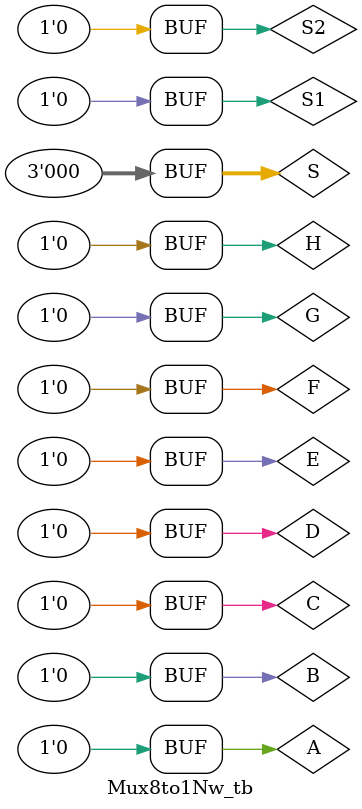
<source format=sv>


module Mux8to1Nw (a, b, c, d, e, f, g, h, s, m); 
	parameter n = 16;
	input logic [2:0] s; 	// mux select lines
	input logic [n-1:0] a, b, c, d, e, f, g, h;	// mux inputs
	output logic [n-1:0] m;		// mux output
	
always @(*) //if S2,S1,S0 is..., m is one of the inputs a, b,...
case (s) // control signals 
0: m = a; 1: m = b; 2: m = c; 3: m = d;
4: m = e; 5: m = f; 6: m = g; 7: m = h;
endcase

endmodule


// Testbench
module Mux8to1Nw_tb();

	logic [2:0] S;				// mux select lines
	logic A, B, C, D, E, F, G, H;	// mux inputs 
	logic M;						// mux output

// instance the mux under testing: 
	Mux8to1Nw test (A, B, C, D, E, F, G, H, S2, S1, S0, M);
 
 initial begin
// S2, S1, S0
// A = 000 	B = 001		C = 010		D = 011
// E = 100	F = 101		G = 110		H = 111
$monitor("%d \t %b %b \t %b %b \t %b %b \t %b %b \t %b %b %b \t %b",  $time, A, B, C, D, E, F, G, H, S2, S1, S0, M);
	A = 0; B = 0; C = 0; D = 0; E = 1; F = 1; G = 1; H = 1; S = 0; #10; // A
	A = 1; B = 1; C = 1; D = 1; E = 0; F = 0; G = 0; H = 0; S = 0; #10; // A
	A = 0; B = 0; C = 0; D = 0; E = 0; F = 0; G = 0; H = 0; S = 1; #10; // B
	A = 0; B = 1; C = 0; D = 0; E = 0; F = 0; G = 0; H = 0; S = 1; #10; // B

	A = 0; B = 0; C = 0; D = 0; E = 0; F = 0; G = 0; H = 0; S = 0; #10; // C
	A = 0; B = 0; C = 1; D = 0; E = 0; F = 0; G = 0; H = 0; S = 0; #10; // C
	A = 0; B = 0; C = 0; D = 0; E = 0; F = 0; G = 0; H = 0; S2 = 0; S1 = 1; S0 = 1; #10; // D
	A = 0; B = 0; C = 0; D = 1; E = 0; F = 0; G = 0; H = 0; S2 = 0; S1 = 1; S0 = 1; #10; // D

	A = 0; B = 0; C = 0; D = 0; E = 0; F = 0; G = 0; H = 0; S2 = 1; S1 = 0; S0 = 0; #10; // E
	A = 0; B = 0; C = 0; D = 0; E = 1; F = 0; G = 0; H = 0; S2 = 1; S1 = 0; S0 = 0; #10; // E
	A = 0; B = 0; C = 0; D = 0; E = 0; F = 0; G = 0; H = 0; S2 = 1; S1 = 0; S0 = 1; #10; // F
	A = 0; B = 0; C = 0; D = 0; E = 0; F = 1; G = 0; H = 0; S2 = 1; S1 = 0; S0 = 1; #10; // F

	A = 0; B = 0; C = 0; D = 0; E = 0; F = 0; G = 0; H = 0; S2 = 1; S1 = 1; S0 = 0; #10; // G
	A = 0; B = 0; C = 0; D = 0; E = 0; F = 0; G = 1; H = 0; S2 = 1; S1 = 1; S0 = 0; #10; // G
	A = 0; B = 0; C = 0; D = 0; E = 0; F = 0; G = 0; H = 0; S2 = 1; S1 = 1; S0 = 1; #10; // H
	A = 0; B = 0; C = 0; D = 0; E = 0; F = 0; G = 0; H = 1; S2 = 1; S1 = 1; S0 = 1; #10; // H 

	for (int i = 0; i < 32; i++) begin
	{A, B, C, D, E, F, G, H, S2, S1, S0} = $random;	
	#10;
	end;

end
endmodule

</source>
